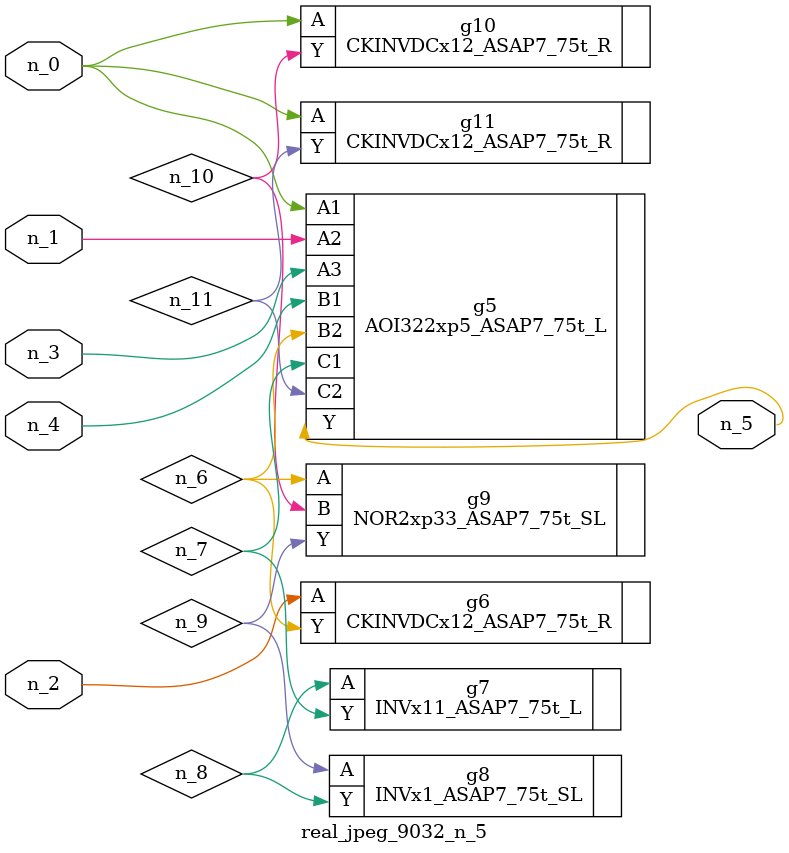
<source format=v>
module real_jpeg_9032_n_5 (n_4, n_0, n_1, n_2, n_3, n_5);

input n_4;
input n_0;
input n_1;
input n_2;
input n_3;

output n_5;

wire n_8;
wire n_11;
wire n_6;
wire n_7;
wire n_10;
wire n_9;

AOI322xp5_ASAP7_75t_L g5 ( 
.A1(n_0),
.A2(n_1),
.A3(n_3),
.B1(n_4),
.B2(n_6),
.C1(n_7),
.C2(n_11),
.Y(n_5)
);

CKINVDCx12_ASAP7_75t_R g10 ( 
.A(n_0),
.Y(n_10)
);

CKINVDCx12_ASAP7_75t_R g11 ( 
.A(n_0),
.Y(n_11)
);

CKINVDCx12_ASAP7_75t_R g6 ( 
.A(n_2),
.Y(n_6)
);

NOR2xp33_ASAP7_75t_SL g9 ( 
.A(n_6),
.B(n_10),
.Y(n_9)
);

INVx11_ASAP7_75t_L g7 ( 
.A(n_8),
.Y(n_7)
);

INVx1_ASAP7_75t_SL g8 ( 
.A(n_9),
.Y(n_8)
);


endmodule
</source>
